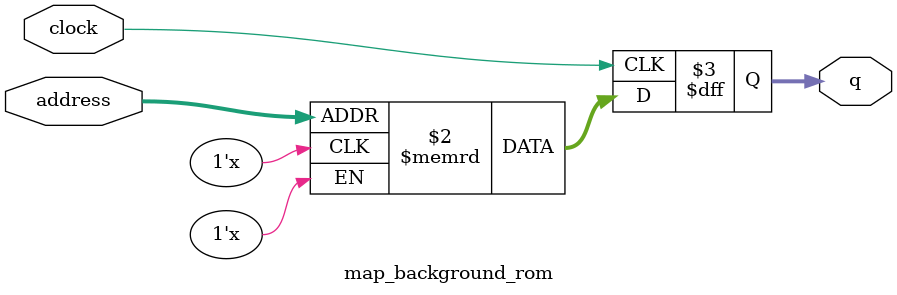
<source format=sv>
module map_background_rom (
	input logic clock,
	input logic [15:0] address,
	output logic [2:0] q
);

logic [2:0] memory [0:65535] /* synthesis ram_init_file = "./map_background.mif" */;

always_ff @ (posedge clock) begin
	q <= memory[address];
end

endmodule

</source>
